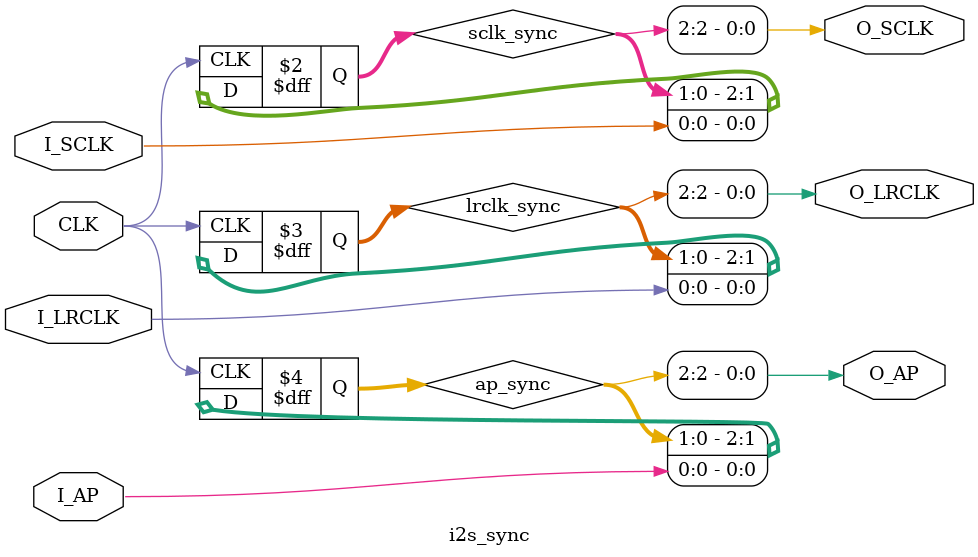
<source format=v>
`timescale 1ns / 1ps

module i2s_sync(
input CLK,
input I_SCLK,
input I_LRCLK,
input I_AP,
output O_SCLK,
output O_LRCLK,
output O_AP
);

reg [2:0] sclk_sync;
reg [2:0] lrclk_sync;
reg [2:0] ap_sync;

assign O_SCLK = sclk_sync[2];
assign O_LRCLK = lrclk_sync[2];
assign O_AP = ap_sync[2];

always @(posedge CLK) begin
    sclk_sync <= { sclk_sync, I_SCLK };
    lrclk_sync <= { lrclk_sync, I_LRCLK };
    ap_sync <= {ap_sync, I_AP };
end

endmodule

</source>
